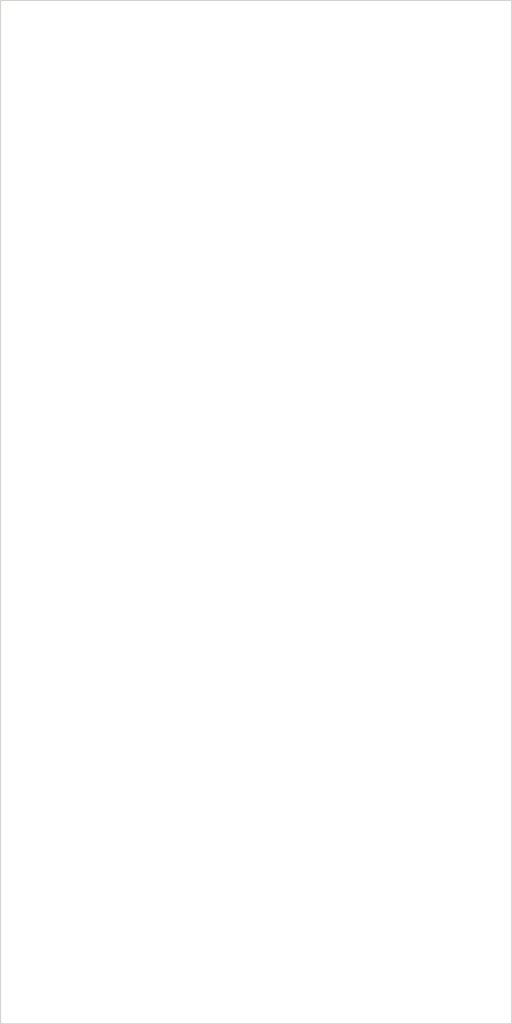
<source format=kicad_pcb>
(kicad_pcb (version 20211014) (generator pcbnew)

  (general
    (thickness 1.6)
  )

  (paper "A4")
  (layers
    (0 "F.Cu" signal)
    (31 "B.Cu" signal)
    (32 "B.Adhes" user "B.Adhesive")
    (33 "F.Adhes" user "F.Adhesive")
    (34 "B.Paste" user)
    (35 "F.Paste" user)
    (36 "B.SilkS" user "B.Silkscreen")
    (37 "F.SilkS" user "F.Silkscreen")
    (38 "B.Mask" user)
    (39 "F.Mask" user)
    (40 "Dwgs.User" user "User.Drawings")
    (41 "Cmts.User" user "User.Comments")
    (42 "Eco1.User" user "User.Eco1")
    (43 "Eco2.User" user "User.Eco2")
    (44 "Edge.Cuts" user)
    (45 "Margin" user)
    (46 "B.CrtYd" user "B.Courtyard")
    (47 "F.CrtYd" user "F.Courtyard")
    (48 "B.Fab" user)
    (49 "F.Fab" user)
    (50 "User.1" user)
    (51 "User.2" user)
    (52 "User.3" user)
    (53 "User.4" user)
    (54 "User.5" user)
    (55 "User.6" user)
    (56 "User.7" user)
    (57 "User.8" user)
    (58 "User.9" user)
  )

  (setup
    (stackup
      (layer "F.SilkS" (type "Top Silk Screen"))
      (layer "F.Paste" (type "Top Solder Paste"))
      (layer "F.Mask" (type "Top Solder Mask") (thickness 0.01))
      (layer "F.Cu" (type "copper") (thickness 0.035))
      (layer "dielectric 1" (type "core") (thickness 1.51) (material "FR4") (epsilon_r 4.5) (loss_tangent 0.02))
      (layer "B.Cu" (type "copper") (thickness 0.035))
      (layer "B.Mask" (type "Bottom Solder Mask") (thickness 0.01))
      (layer "B.Paste" (type "Bottom Solder Paste"))
      (layer "B.SilkS" (type "Bottom Silk Screen"))
      (copper_finish "None")
      (dielectric_constraints no)
    )
    (pad_to_mask_clearance 0)
    (pcbplotparams
      (layerselection 0x00010fc_ffffffff)
      (disableapertmacros false)
      (usegerberextensions false)
      (usegerberattributes true)
      (usegerberadvancedattributes true)
      (creategerberjobfile true)
      (svguseinch false)
      (svgprecision 6)
      (excludeedgelayer true)
      (plotframeref false)
      (viasonmask false)
      (mode 1)
      (useauxorigin false)
      (hpglpennumber 1)
      (hpglpenspeed 20)
      (hpglpendiameter 15.000000)
      (dxfpolygonmode true)
      (dxfimperialunits true)
      (dxfusepcbnewfont true)
      (psnegative false)
      (psa4output false)
      (plotreference true)
      (plotvalue true)
      (plotinvisibletext false)
      (sketchpadsonfab false)
      (subtractmaskfromsilk false)
      (outputformat 1)
      (mirror false)
      (drillshape 1)
      (scaleselection 1)
      (outputdirectory "")
    )
  )

  (net 0 "")

  (gr_rect (start 100 50) (end 150 150) (layer "Edge.Cuts") (width 0.1) (fill none) (tstamp b5d84bc0-4d9a-4d1d-a476-5c6b51309fca))

)

</source>
